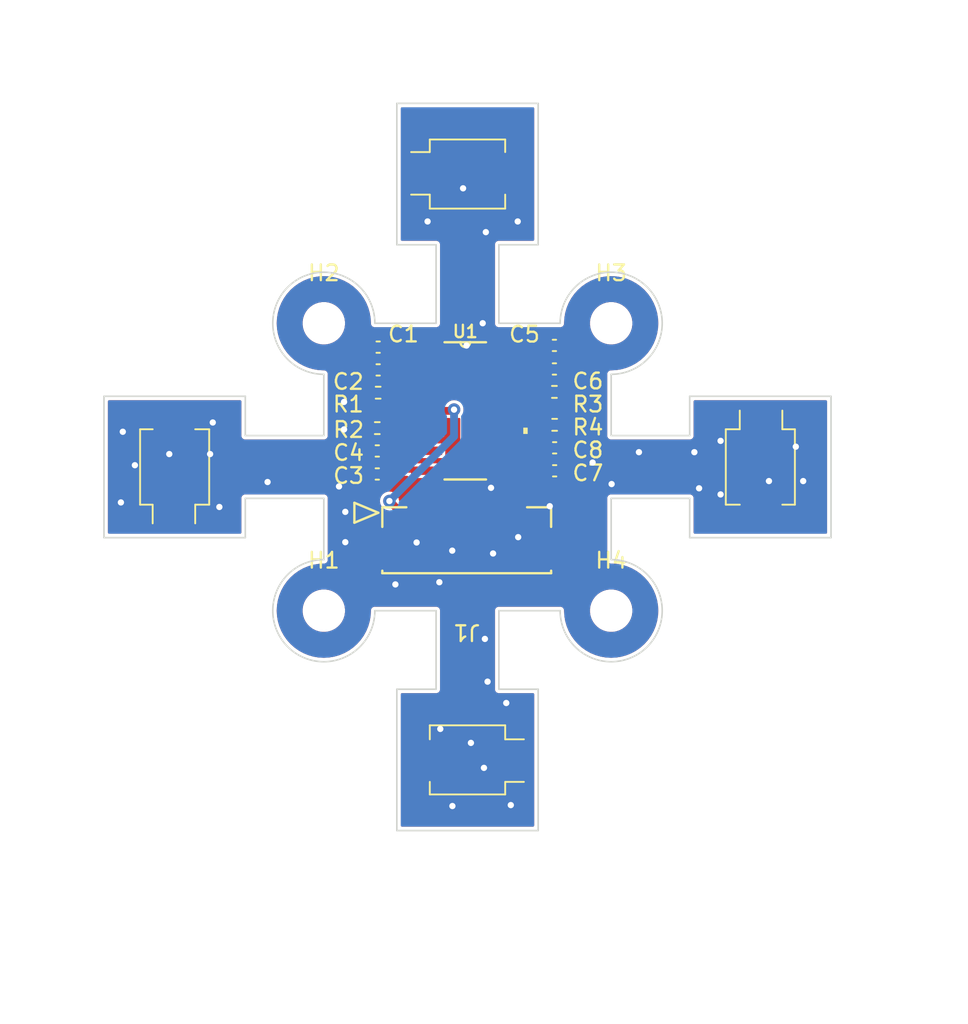
<source format=kicad_pcb>
(kicad_pcb (version 20240108) (generator "pcbnew") (generator_version "8.0")
  (layers (0 "F.Cu" signal) (31 "B.Cu" signal) (34 "B.Paste" user) (35 "F.Paste" user) (36 "B.SilkS" user "B.Silkscreen") (37 "F.SilkS" user "F.Silkscreen") (38 "B.Mask" user) (39 "F.Mask" user) (44 "Edge.Cuts" user))
  (net 0 "")
  (net 1 "/Photodiode 1/IN-")
  (net 2 "/OUT1")
  (net 3 "/Photodiode 2/IN-")
  (net 4 "/OUT2")
  (net 5 "/Photodiode 4/IN-")
  (net 6 "/OUT4")
  (net 7 "/Photodiode 3/IN-")
  (net 8 "/OUT3")
  (net 9 "GND")
  (net 10 "+3V3")
  (footprint "adcs:Osram_SFH2430" (layer "F.Cu") (at 160.832 102.002 -90)
    (property "Reference" "D3" (hide yes))
    (property "Value" "SFH2430" (hide yes))
    (fp_line (start -2.4 2.2) (end 2.4 2.2) (stroke (width 0.12)) (layer "F.SilkS"))
    (fp_line (start 2.4 2.2) (end 2.4 1.31) (stroke (width 0.12)) (layer "F.SilkS"))
    (fp_line (start -3.59 1.31) (end -2.4 1.31) (stroke (width 0.12)) (layer "F.SilkS"))
    (fp_line (start -2.4 1.31) (end -2.4 2.2) (stroke (width 0.12)) (layer "F.SilkS"))
    (fp_line (start -2.41 -1.4) (end -3.59 -1.4) (stroke (width 0.12)) (layer "F.SilkS"))
    (fp_line (start 2.4 -1.4) (end 2.4 -2.2) (stroke (width 0.12)) (layer "F.SilkS"))
    (fp_line (start -2.4 -2.2) (end -2.4 -1.4) (stroke (width 0.12)) (layer "F.SilkS"))
    (fp_line (start 2.4 -2.2) (end -2.4 -2.2) (stroke (width 0.12)) (layer "F.SilkS"))
    (pad "1" smd roundrect (at -3.05 0 90) (size 1.4 2) (layers "F.Cu" "F.Mask") (roundrect_rratio 0.125) (net 5 "/Photodiode 4/IN-"))
    (pad "2" smd roundrect (at 3.05 0 90) (size 1.4 1.2) (layers "F.Cu" "F.Mask") (roundrect_rratio 0.125) (net 9 "GND"))
  )
  (footprint "adcs:Osram_SFH2430" (layer "F.Cu") (at 142.181972 83.351903)
    (property "Reference" "D1" (hide yes))
    (property "Value" "SFH2430" (hide yes))
    (fp_line (start -3.59 1.31) (end -2.4 1.31) (stroke (width 0.12)) (layer "F.SilkS"))
    (fp_line (start -2.41 -1.4) (end -3.59 -1.4) (stroke (width 0.12)) (layer "F.SilkS"))
    (fp_line (start -2.4 -2.2) (end -2.4 -1.4) (stroke (width 0.12)) (layer "F.SilkS"))
    (fp_line (start -2.4 1.31) (end -2.4 2.2) (stroke (width 0.12)) (layer "F.SilkS"))
    (fp_line (start -2.4 2.2) (end 2.4 2.2) (stroke (width 0.12)) (layer "F.SilkS"))
    (fp_line (start 2.4 -2.2) (end -2.4 -2.2) (stroke (width 0.12)) (layer "F.SilkS"))
    (fp_line (start 2.4 -1.4) (end 2.4 -2.2) (stroke (width 0.12)) (layer "F.SilkS"))
    (fp_line (start 2.4 2.2) (end 2.4 1.31) (stroke (width 0.12)) (layer "F.SilkS"))
    (pad "1" smd roundrect (at -3.05 0 180) (size 1.4 2) (layers "F.Cu" "F.Mask") (roundrect_rratio 0.125) (net 1 "/Photodiode 1/IN-"))
    (pad "2" smd roundrect (at 3.05 0 180) (size 1.4 1.2) (layers "F.Cu" "F.Mask") (roundrect_rratio 0.125) (net 9 "GND"))
  )
  (footprint "Capacitor_SMD:C_0402_1005Metric" (layer "F.Cu") (at 147.731903 102.245854 180)
    (property "Reference" "C7" (at -2.118097 -0.144146 180) (layer "F.SilkS"))
    (property "Value" "1nF")
    (fp_line (start -0.107836 0.36) (end 0.107836 0.36) (stroke (width 0.12)) (layer "F.SilkS"))
    (fp_line (start -0.107836 -0.36) (end 0.107836 -0.36) (stroke (width 0.12)) (layer "F.SilkS"))
    (pad "1" smd roundrect (at -0.48 0 180) (size 0.56 0.62) (layers "F.Cu" "F.Paste" "F.Mask") (net 7 "/Photodiode 3/IN-"))
    (pad "2" smd roundrect (at 0.48 0 180) (size 0.56 0.62) (layers "F.Cu" "F.Paste" "F.Mask") (net 8 "/OUT3"))
  )
  (footprint "Capacitor_SMD:C_0402_1005Metric" (layer "F.Cu") (at 147.717253 94.261903 180)
    (property "Reference" "C5" (at 1.907253 0.701903 180) (layer "F.SilkS"))
    (property "Value" "1nF")
    (fp_line (start -0.107836 0.36) (end 0.107836 0.36) (stroke (width 0.12)) (layer "F.SilkS"))
    (fp_line (start -0.107836 -0.36) (end 0.107836 -0.36) (stroke (width 0.12)) (layer "F.SilkS"))
    (pad "1" smd roundrect (at -0.48 0 180) (size 0.56 0.62) (layers "F.Cu" "F.Paste" "F.Mask") (net 5 "/Photodiode 4/IN-"))
    (pad "2" smd roundrect (at 0.48 0 180) (size 0.56 0.62) (layers "F.Cu" "F.Paste" "F.Mask") (net 6 "/OUT4"))
  )
  (footprint "adcs:Osram_SFH2430" (layer "F.Cu") (at 123.531903 102.002 90)
    (property "Reference" "D2" (hide yes))
    (property "Value" "SFH2430" (hide yes))
    (fp_line (start 2.4 -2.2) (end -2.4 -2.2) (stroke (width 0.12)) (layer "F.SilkS"))
    (fp_line (start -2.4 -2.2) (end -2.4 -1.4) (stroke (width 0.12)) (layer "F.SilkS"))
    (fp_line (start 2.4 -1.4) (end 2.4 -2.2) (stroke (width 0.12)) (layer "F.SilkS"))
    (fp_line (start -2.41 -1.4) (end -3.59 -1.4) (stroke (width 0.12)) (layer "F.SilkS"))
    (fp_line (start -2.4 1.31) (end -2.4 2.2) (stroke (width 0.12)) (layer "F.SilkS"))
    (fp_line (start -3.59 1.31) (end -2.4 1.31) (stroke (width 0.12)) (layer "F.SilkS"))
    (fp_line (start 2.4 2.2) (end 2.4 1.31) (stroke (width 0.12)) (layer "F.SilkS"))
    (fp_line (start -2.4 2.2) (end 2.4 2.2) (stroke (width 0.12)) (layer "F.SilkS"))
    (pad "1" smd roundrect (at -3.05 0 270) (size 1.4 2) (layers "F.Cu" "F.Mask") (roundrect_rratio 0.125) (net 3 "/Photodiode 2/IN-"))
    (pad "2" smd roundrect (at 3.05 0 270) (size 1.4 1.2) (layers "F.Cu" "F.Mask") (roundrect_rratio 0.125) (net 9 "GND"))
  )
  (footprint "Resistor_SMD:R_0402_1005Metric" (layer "F.Cu") (at 136.436903 99.528105)
    (property "Reference" "R2" (at -1.826903 0.101895 0) (layer "F.SilkS"))
    (property "Value" "3.9k")
    (fp_line (start -0.153641 -0.38) (end 0.153641 -0.38) (stroke (width 0.12)) (layer "F.SilkS"))
    (fp_line (start -0.153641 0.38) (end 0.153641 0.38) (stroke (width 0.12)) (layer "F.SilkS"))
    (pad "1" smd roundrect (at -0.51 0) (size 0.54 0.64) (layers "F.Cu" "F.Paste" "F.Mask") (net 3 "/Photodiode 2/IN-"))
    (pad "2" smd roundrect (at 0.51 0) (size 0.54 0.64) (layers "F.Cu" "F.Paste" "F.Mask") (net 4 "/OUT2"))
  )
  (footprint "Capacitor_SMD:C_0402_1005Metric" (layer "F.Cu") (at 136.436903 100.981903)
    (property "Reference" "C4" (at -1.826903 0.111895 0) (layer "F.SilkS"))
    (property "Value" "100nF")
    (fp_line (start -0.107836 -0.36) (end 0.107836 -0.36) (stroke (width 0.12)) (layer "F.SilkS"))
    (fp_line (start -0.107836 0.36) (end 0.107836 0.36) (stroke (width 0.12)) (layer "F.SilkS"))
    (pad "1" smd roundrect (at -0.48 0) (size 0.56 0.62) (layers "F.Cu" "F.Paste" "F.Mask") (net 3 "/Photodiode 2/IN-"))
    (pad "2" smd roundrect (at 0.48 0) (size 0.56 0.62) (layers "F.Cu" "F.Paste" "F.Mask") (net 4 "/OUT2"))
  )
  (footprint "Resistor_SMD:R_0402_1005Metric" (layer "F.Cu") (at 147.717253 97.221903 180)
    (property "Reference" "R3" (at -2.132747 -0.788097 180) (layer "F.SilkS"))
    (property "Value" "3.9k")
    (fp_line (start -0.153641 0.38) (end 0.153641 0.38) (stroke (width 0.12)) (layer "F.SilkS"))
    (fp_line (start -0.153641 -0.38) (end 0.153641 -0.38) (stroke (width 0.12)) (layer "F.SilkS"))
    (pad "1" smd roundrect (at -0.51 0 180) (size 0.54 0.64) (layers "F.Cu" "F.Paste" "F.Mask") (net 5 "/Photodiode 4/IN-"))
    (pad "2" smd roundrect (at 0.51 0 180) (size 0.54 0.64) (layers "F.Cu" "F.Paste" "F.Mask") (net 6 "/OUT4"))
  )
  (footprint "Capacitor_SMD:C_0402_1005Metric" (layer "F.Cu") (at 147.717253 95.761903 180)
    (property "Reference" "C6" (at -2.132747 -0.778097 180) (layer "F.SilkS"))
    (property "Value" "100nF")
    (fp_line (start -0.107836 0.36) (end 0.107836 0.36) (stroke (width 0.12)) (layer "F.SilkS"))
    (fp_line (start -0.107836 -0.36) (end 0.107836 -0.36) (stroke (width 0.12)) (layer "F.SilkS"))
    (pad "1" smd roundrect (at -0.48 0 180) (size 0.56 0.62) (layers "F.Cu" "F.Paste" "F.Mask") (net 5 "/Photodiode 4/IN-"))
    (pad "2" smd roundrect (at 0.48 0 180) (size 0.56 0.62) (layers "F.Cu" "F.Paste" "F.Mask") (net 6 "/OUT4"))
  )
  (footprint "adcs:CON_5055670631" (layer "F.Cu") (at 139.006904 104.916904 180)
    (property "Reference" "J1" (at -3.125 -7.62 180) (layer "F.SilkS"))
    (property "Value" "5055670631")
    (fp_line (start 4.027989 0.635) (end 2.503989 0) (stroke (width 0.1524)) (layer "F.SilkS"))
    (fp_line (start 4.027989 -0.635) (end 4.027989 0.635) (stroke (width 0.1524)) (layer "F.SilkS"))
    (fp_line (start 2.503989 0) (end 4.027989 -0.635) (stroke (width 0.1524)) (layer "F.SilkS"))
    (fp_line (start 2.249989 0.35) (end 2.249989 -0.899959) (stroke (width 0.1524)) (layer "F.SilkS"))
    (fp_line (start 2.249989 -3.690039) (end 2.249989 -3.849999) (stroke (width 0.1524)) (layer "F.SilkS"))
    (fp_line (start 2.249989 -3.849999) (end -8.49999 -3.849999) (stroke (width 0.1524)) (layer "F.SilkS"))
    (fp_line (start 0.72004 0.35) (end 2.249989 0.35) (stroke (width 0.1524)) (layer "F.SilkS"))
    (fp_line (start -8.49999 0.35) (end -6.97004 0.35) (stroke (width 0.1524)) (layer "F.SilkS"))
    (fp_line (start -8.49999 -0.899959) (end -8.49999 0.35) (stroke (width 0.1524)) (layer "F.SilkS"))
    (fp_line (start -8.49999 -3.849999) (end -8.49999 -3.690039) (stroke (width 0.1524)) (layer "F.SilkS"))
    (pad "1" smd rect (at 0 0 180) (size 0.8 1.2) (layers "F.Cu" "F.Paste" "F.Mask") (net 10 "+3V3"))
    (pad "2" smd rect (at -1.25 0 180) (size 0.8 1.2) (layers "F.Cu" "F.Paste" "F.Mask") (net 4 "/OUT2"))
    (pad "3" smd rect (at -2.5 0 180) (size 0.8 1.2) (layers "F.Cu" "F.Paste" "F.Mask") (net 2 "/OUT1"))
    (pad "4" smd rect (at -3.75 0 180) (size 0.8 1.2) (layers "F.Cu" "F.Paste" "F.Mask") (net 6 "/OUT4"))
    (pad "5" smd rect (at -5 0 180) (size 0.8 1.2) (layers "F.Cu" "F.Paste" "F.Mask") (net 8 "/OUT3"))
    (pad "6" smd rect (at -6.25 0 180) (size 0.8 1.2) (layers "F.Cu" "F.Paste" "F.Mask") (net 9 "GND"))
    (pad "7" smd rect (at 1.900001 -2.294999 180) (size 1.3 2.15) (layers "F.Cu" "F.Paste" "F.Mask") (net 9 "GND"))
    (pad "8" smd rect (at -8.150001 -2.294999 180) (size 1.3 2.15) (layers "F.Cu" "F.Paste" "F.Mask") (net 9 "GND"))
  )
  (footprint "Resistor_SMD:R_0402_1005Metric" (layer "F.Cu") (at 147.731903 99.318103 180)
    (property "Reference" "R4" (at -2.118097 -0.154146 180) (layer "F.SilkS"))
    (property "Value" "3.9k")
    (fp_line (start -0.153641 0.38) (end 0.153641 0.38) (stroke (width 0.12)) (layer "F.SilkS"))
    (fp_line (start -0.153641 -0.38) (end 0.153641 -0.38) (stroke (width 0.12)) (layer "F.SilkS"))
    (pad "1" smd roundrect (at -0.51 0 180) (size 0.54 0.64) (layers "F.Cu" "F.Paste" "F.Mask") (net 7 "/Photodiode 3/IN-"))
    (pad "2" smd roundrect (at 0.51 0 180) (size 0.54 0.64) (layers "F.Cu" "F.Paste" "F.Mask") (net 8 "/OUT3"))
  )
  (footprint "MountingHole:MountingHole_2.2mm_M2" (layer "F.Cu") (at 133.031903 92.851903)
    (property "Reference" "H2" (at 0 -3.2 0) (layer "F.SilkS"))
    (property "Value" "MountingHole_Pad")
    (pad "" np_thru_hole circle (at 0 0) (size 2.2 2.2) (drill 2.2) (layers "F&B.Cu" "*.Mask"))
  )
  (footprint "Capacitor_SMD:C_0402_1005Metric" (layer "F.Cu") (at 147.731903 100.781903 180)
    (property "Reference" "C8" (at -2.118097 -0.144146 180) (layer "F.SilkS"))
    (property "Value" "100nF")
    (fp_line (start -0.107836 0.36) (end 0.107836 0.36) (stroke (width 0.12)) (layer "F.SilkS"))
    (fp_line (start -0.107836 -0.36) (end 0.107836 -0.36) (stroke (width 0.12)) (layer "F.SilkS"))
    (pad "1" smd roundrect (at -0.48 0 180) (size 0.56 0.62) (layers "F.Cu" "F.Paste" "F.Mask") (net 7 "/Photodiode 3/IN-"))
    (pad "2" smd roundrect (at 0.48 0 180) (size 0.56 0.62) (layers "F.Cu" "F.Paste" "F.Mask") (net 8 "/OUT3"))
  )
  (footprint "Resistor_SMD:R_0402_1005Metric" (layer "F.Cu") (at 136.491903 97.271903)
    (property "Reference" "R1" (at -1.901903 0.738097 0) (layer "F.SilkS"))
    (property "Value" "3.9k")
    (fp_line (start -0.153641 -0.38) (end 0.153641 -0.38) (stroke (width 0.12)) (layer "F.SilkS"))
    (fp_line (start -0.153641 0.38) (end 0.153641 0.38) (stroke (width 0.12)) (layer "F.SilkS"))
    (pad "1" smd roundrect (at -0.51 0) (size 0.54 0.64) (layers "F.Cu" "F.Paste" "F.Mask") (net 1 "/Photodiode 1/IN-"))
    (pad "2" smd roundrect (at 0.51 0) (size 0.54 0.64) (layers "F.Cu" "F.Paste" "F.Mask") (net 2 "/OUT1"))
  )
  (footprint "Capacitor_SMD:C_0402_1005Metric" (layer "F.Cu") (at 136.491903 94.371904)
    (property "Reference" "C1" (at 1.608097 -0.821904 0) (layer "F.SilkS"))
    (property "Value" "1nF")
    (fp_line (start -0.107836 -0.36) (end 0.107836 -0.36) (stroke (width 0.12)) (layer "F.SilkS"))
    (fp_line (start -0.107836 0.36) (end 0.107836 0.36) (stroke (width 0.12)) (layer "F.SilkS"))
    (pad "1" smd roundrect (at -0.48 0) (size 0.56 0.62) (layers "F.Cu" "F.Paste" "F.Mask") (net 1 "/Photodiode 1/IN-"))
    (pad "2" smd roundrect (at 0.48 0) (size 0.56 0.62) (layers "F.Cu" "F.Paste" "F.Mask") (net 2 "/OUT1"))
  )
  (footprint "Capacitor_SMD:C_0402_1005Metric" (layer "F.Cu") (at 136.436903 102.448103)
    (property "Reference" "C3" (at -1.826903 0.111895 0) (layer "F.SilkS"))
    (property "Value" "1nF")
    (fp_line (start -0.107836 -0.36) (end 0.107836 -0.36) (stroke (width 0.12)) (layer "F.SilkS"))
    (fp_line (start -0.107836 0.36) (end 0.107836 0.36) (stroke (width 0.12)) (layer "F.SilkS"))
    (pad "1" smd roundrect (at -0.48 0) (size 0.56 0.62) (layers "F.Cu" "F.Paste" "F.Mask") (net 3 "/Photodiode 2/IN-"))
    (pad "2" smd roundrect (at 0.48 0) (size 0.56 0.62) (layers "F.Cu" "F.Paste" "F.Mask") (net 4 "/OUT2"))
  )
  (footprint "MountingHole:MountingHole_2.2mm_M2" (layer "F.Cu") (at 133.031903 111.151903)
    (property "Reference" "H1" (at 0 -3.2 0) (layer "F.SilkS"))
    (property "Value" "MountingHole_Pad")
    (pad "" np_thru_hole circle (at 0 0) (size 2.2 2.2) (drill 2.2) (layers "F&B.Cu" "*.Mask"))
  )
  (footprint "MountingHole:MountingHole_2.2mm_M2" (layer "F.Cu") (at 151.331903 92.851903)
    (property "Reference" "H3" (at 0 -3.2 0) (layer "F.SilkS"))
    (property "Value" "MountingHole_Pad")
    (pad "" np_thru_hole circle (at 0 0) (size 2.2 2.2) (drill 2.2) (layers "F&B.Cu" "*.Mask"))
  )
  (footprint "MountingHole:MountingHole_2.2mm_M2" (layer "F.Cu") (at 151.331903 111.151903)
    (property "Reference" "H4" (at 0 -3.2 0) (layer "F.SilkS"))
    (property "Value" "MountingHole_Pad")
    (pad "" np_thru_hole circle (at 0 0) (size 2.2 2.2) (drill 2.2) (layers "F&B.Cu" "*.Mask"))
  )
  (footprint "adcs:SO-14_S" (layer "F.Cu") (at 142.04 98.43)
    (property "Reference" "U1" (at -0.001553 -5.051903 0) (layer "F.SilkS") (effects (font (size 0.787402 0.787402))))
    (property "Value" "LTC2052IS_PBF")
    (fp_line (start -1.3208 4.3688) (end 1.3208 4.3688) (stroke (width 0.1524)) (layer "F.SilkS"))
    (fp_line (start -0.3048 -4.3688) (end -1.3208 -4.3688) (stroke (width 0.1524)) (layer "F.SilkS"))
    (fp_line (start 0.3048 -4.3688) (end -0.3048 -4.3688) (stroke (width 0.1524)) (layer "F.SilkS"))
    (fp_line (start 1.3208 -4.3688) (end 0.3048 -4.3688) (stroke (width 0.1524)) (layer "F.SilkS"))
    (fp_arc (start 0.3048 -4.3688) (mid 0 -4.064) (end -0.3048 -4.3688) (stroke (width 0.1524)) (layer "F.SilkS"))
    (fp_poly (pts (xy 3.9624 1.0795) (xy 3.9624 1.4605) (xy 3.7084 1.4605) (xy 3.7084 1.0795)) (stroke (width 0.0254)) (fill solid) (layer "F.SilkS"))
    (pad "1" smd rect (at -2.4638 -3.81) (size 1.9812 0.5334) (layers "F.Cu" "F.Paste" "F.Mask") (net 2 "/OUT1"))
    (pad "2" smd rect (at -2.4638 -2.54) (size 1.9812 0.5334) (layers "F.Cu" "F.Paste" "F.Mask") (net 1 "/Photodiode 1/IN-"))
    (pad "3" smd rect (at -2.4638 -1.27) (size 1.9812 0.5334) (layers "F.Cu" "F.Paste" "F.Mask") (net 9 "GND"))
    (pad "4" smd rect (at -2.4638 0) (size 1.9812 0.5334) (layers "F.Cu" "F.Paste" "F.Mask") (net 10 "+3V3"))
    (pad "5" smd rect (at -2.4638 1.27) (size 1.9812 0.5334) (layers "F.Cu" "F.Paste" "F.Mask") (net 9 "GND"))
    (pad "6" smd rect (at -2.4638 2.54) (size 1.9812 0.5334) (layers "F.Cu" "F.Paste" "F.Mask") (net 3 "/Photodiode 2/IN-"))
    (pad "7" smd rect (at -2.4638 3.81) (size 1.9812 0.5334) (layers "F.Cu" "F.Paste" "F.Mask") (net 4 "/OUT2"))
    (pad "8" smd rect (at 2.4638 3.81) (size 1.9812 0.5334) (layers "F.Cu" "F.Paste" "F.Mask") (net 8 "/OUT3"))
    (pad "9" smd rect (at 2.4638 2.54) (size 1.9812 0.5334) (layers "F.Cu" "F.Paste" "F.Mask") (net 7 "/Photodiode 3/IN-"))
    (pad "10" smd rect (at 2.4638 1.27) (size 1.9812 0.5334) (layers "F.Cu" "F.Paste" "F.Mask") (net 9 "GND"))
    (pad "11" smd rect (at 2.4638 0) (size 1.9812 0.5334) (layers "F.Cu" "F.Paste" "F.Mask") (net 9 "GND"))
    (pad "12" smd rect (at 2.4638 -1.27) (size 1.9812 0.5334) (layers "F.Cu" "F.Paste" "F.Mask") (net 9 "GND"))
    (pad "13" smd rect (at 2.4638 -2.54) (size 1.9812 0.5334) (layers "F.Cu" "F.Paste" "F.Mask") (net 5 "/Photodiode 4/IN-"))
    (pad "14" smd rect (at 2.4638 -3.81) (size 1.9812 0.5334) (layers "F.Cu" "F.Paste" "F.Mask") (net 6 "/OUT4"))
  )
  (footprint "Capacitor_SMD:C_0402_1005Metric" (layer "F.Cu") (at 136.491903 95.821903)
    (property "Reference" "C2" (at -1.901903 0.748097 0) (layer "F.SilkS"))
    (property "Value" "100nF")
    (fp_line (start -0.107836 -0.36) (end 0.107836 -0.36) (stroke (width 0.12)) (layer "F.SilkS"))
    (fp_line (start -0.107836 0.36) (end 0.107836 0.36) (stroke (width 0.12)) (layer "F.SilkS"))
    (pad "1" smd roundrect (at -0.48 0) (size 0.56 0.62) (layers "F.Cu" "F.Paste" "F.Mask") (net 1 "/Photodiode 1/IN-"))
    (pad "2" smd roundrect (at 0.48 0) (size 0.56 0.62) (layers "F.Cu" "F.Paste" "F.Mask") (net 2 "/OUT1"))
  )
  (footprint "adcs:Osram_SFH2430" (layer "F.Cu") (at 142.181972 120.652 180)
    (property "Reference" "D4" (hide yes))
    (property "Value" "SFH2430" (hide yes))
    (fp_line (start 2.4 2.2) (end 2.4 1.31) (stroke (width 0.12)) (layer "F.SilkS"))
    (fp_line (start 2.4 -1.4) (end 2.4 -2.2) (stroke (width 0.12)) (layer "F.SilkS"))
    (fp_line (start 2.4 -2.2) (end -2.4 -2.2) (stroke (width 0.12)) (layer "F.SilkS"))
    (fp_line (start -2.4 2.2) (end 2.4 2.2) (stroke (width 0.12)) (layer "F.SilkS"))
    (fp_line (start -2.4 1.31) (end -2.4 2.2) (stroke (width 0.12)) (layer "F.SilkS"))
    (fp_line (start -2.4 -2.2) (end -2.4 -1.4) (stroke (width 0.12)) (layer "F.SilkS"))
    (fp_line (start -2.41 -1.4) (end -3.59 -1.4) (stroke (width 0.12)) (layer "F.SilkS"))
    (fp_line (start -3.59 1.31) (end -2.4 1.31) (stroke (width 0.12)) (layer "F.SilkS"))
    (pad "1" smd roundrect (at -3.05 0) (size 1.4 2) (layers "F.Cu" "F.Mask") (roundrect_rratio 0.125) (net 7 "/Photodiode 3/IN-"))
    (pad "2" smd roundrect (at 3.05 0) (size 1.4 1.2) (layers "F.Cu" "F.Mask") (roundrect_rratio 0.125) (net 9 "GND"))
  )
  (gr_line (start 156.332 104.002) (end 151.332 104.002) (stroke (width 0.1)) (layer "Edge.Cuts"))
  (gr_line (start 156.332 100.002) (end 156.332 97.502) (stroke (width 0.1)) (layer "Edge.Cuts"))
  (gr_line (start 156.332 104.002) (end 156.332 106.502) (stroke (width 0.1)) (layer "Edge.Cuts"))
  (gr_line (start 146.682 125.152) (end 137.682 125.152) (stroke (width 0.1)) (layer "Edge.Cuts"))
  (gr_line (start 144.182 116.152) (end 146.682 116.152) (stroke (width 0.1)) (layer "Edge.Cuts"))
  (gr_line (start 128.031903 106.502) (end 128.031903 104.002) (stroke (width 0.1)) (layer "Edge.Cuts"))
  (gr_line (start 128.031903 97.502) (end 128.031903 100.002) (stroke (width 0.1)) (layer "Edge.Cuts"))
  (gr_line (start 140.182 116.152) (end 140.182 111.152) (stroke (width 0.1)) (layer "Edge.Cuts"))
  (gr_line (start 137.682 125.152) (end 137.682 116.152) (stroke (width 0.1)) (layer "Edge.Cuts"))
  (gr_line (start 165.332 106.502) (end 165.332 97.502) (stroke (width 0.1)) (layer "Edge.Cuts"))
  (gr_line (start 140.181972 87.851903) (end 137.681972 87.851903) (stroke (width 0.1)) (layer "Edge.Cuts"))
  (gr_line (start 144.181972 87.851903) (end 144.181972 92.851903) (stroke (width 0.1)) (layer "Edge.Cuts"))
  (gr_line (start 133.031903 104.002) (end 128.031903 104.002) (stroke (width 0.1)) (layer "Edge.Cuts"))
  (gr_line (start 151.332 100.002) (end 156.332 100.002) (stroke (width 0.1)) (layer "Edge.Cuts"))
  (gr_line (start 156.332 106.502) (end 165.332 106.502) (stroke (width 0.1)) (layer "Edge.Cuts"))
  (gr_line (start 137.681972 78.851903) (end 146.681972 78.851903) (stroke (width 0.1)) (layer "Edge.Cuts"))
  (gr_arc (start 148.081903 92.851903) (mid 153.63 90.553806) (end 151.331903 96.101903) (stroke (width 0.1)) (layer "Edge.Cuts"))
  (gr_arc (start 133.031903 96.102041) (mid 130.733708 90.553708) (end 136.282041 92.851903) (stroke (width 0.1)) (layer "Edge.Cuts"))
  (gr_line (start 128.031903 106.502) (end 119.031903 106.502) (stroke (width 0.1)) (layer "Edge.Cuts"))
  (gr_line (start 140.181972 92.851903) (end 140.181972 87.851903) (stroke (width 0.1)) (layer "Edge.Cuts"))
  (gr_line (start 140.182 111.152) (end 136.281903 111.151903) (stroke (width 0.1)) (layer "Edge.Cuts"))
  (gr_line (start 133.031903 100.002) (end 133.031903 96.102041) (stroke (width 0.1)) (layer "Edge.Cuts"))
  (gr_line (start 119.031903 106.502) (end 119.031903 97.502) (stroke (width 0.1)) (layer "Edge.Cuts"))
  (gr_line (start 148.081903 111.151903) (end 144.182 111.152) (stroke (width 0.1)) (layer "Edge.Cuts"))
  (gr_arc (start 151.331903 107.901903) (mid 153.63 113.45) (end 148.081903 111.151903) (stroke (width 0.1)) (layer "Edge.Cuts"))
  (gr_line (start 151.331903 96.101903) (end 151.332 100.002) (stroke (width 0.1)) (layer "Edge.Cuts"))
  (gr_line (start 128.031903 100.002) (end 133.031903 100.002) (stroke (width 0.1)) (layer "Edge.Cuts"))
  (gr_line (start 165.332 97.502) (end 156.332 97.502) (stroke (width 0.1)) (layer "Edge.Cuts"))
  (gr_line (start 137.681972 87.851903) (end 137.681972 78.851903) (stroke (width 0.1)) (layer "Edge.Cuts"))
  (gr_line (start 144.181972 92.851903) (end 148.081903 92.851903) (stroke (width 0.1)) (layer "Edge.Cuts"))
  (gr_line (start 119.031903 97.502) (end 128.031903 97.502) (stroke (width 0.1)) (layer "Edge.Cuts"))
  (gr_line (start 140.182 116.152) (end 137.682 116.152) (stroke (width 0.1)) (layer "Edge.Cuts"))
  (gr_line (start 146.681972 87.851903) (end 144.181972 87.851903) (stroke (width 0.1)) (layer "Edge.Cuts"))
  (gr_arc (start 136.281903 111.151903) (mid 130.733806 113.45) (end 133.031903 107.901903) (stroke (width 0.1)) (layer "Edge.Cuts"))
  (gr_line (start 146.681972 78.851903) (end 146.681972 87.851903) (stroke (width 0.1)) (layer "Edge.Cuts"))
  (gr_line (start 146.682 116.152) (end 146.682 125.152) (stroke (width 0.1)) (layer "Edge.Cuts"))
  (gr_line (start 140.181972 92.851903) (end 136.282041 92.851903) (stroke (width 0.1)) (layer "Edge.Cuts"))
  (gr_line (start 144.182 111.152) (end 144.182 116.152) (stroke (width 0.1)) (layer "Edge.Cuts"))
  (gr_line (start 133.031903 107.901903) (end 133.031903 104.002) (stroke (width 0.1)) (layer "Edge.Cuts"))
  (gr_line (start 151.332 104.002) (end 151.331903 107.901903) (stroke (width 0.1)) (layer "Edge.Cuts"))
  (segment (start 135.981903 97.271903) (end 136.626903 97.916903) (width 0.25) (layer "F.Cu") (net 1))
  (segment (start 140.33 93.74) (end 137.311489 93.74) (width 0.25) (layer "F.Cu") (net 1))
  (segment (start 138.09 96.6523) (end 138.8523 95.89) (width 0.25) (layer "F.Cu") (net 1))
  (segment (start 137.493097 97.916903) (end 138.09 97.32) (width 0.25) (layer "F.Cu") (net 1))
  (segment (start 136.011903 95.821903) (end 136.011903 95.511904) (width 0.25) (layer "F.Cu") (net 1))
  (segment (start 136.626903 97.916903) (end 137.493097 97.916903) (width 0.25) (layer "F.Cu") (net 1))
  (segment (start 142.29 86.509931) (end 142.29 91.78) (width 0.25) (layer "F.Cu") (net 1))
  (segment (start 137.311489 93.74) (end 137.308393 93.736904) (width 0.25) (layer "F.Cu") (net 1))
  (segment (start 139.131972 83.351903) (end 142.29 86.509931) (width 0.25) (layer "F.Cu") (net 1))
  (segment (start 137.308393 93.736904) (end 136.543096 93.736904) (width 0.25) (layer "F.Cu") (net 1))
  (segment (start 142.29 91.78) (end 140.33 93.74) (width 0.25) (layer "F.Cu") (net 1))
  (segment (start 138.8523 95.89) (end 139.5762 95.89) (width 0.25) (layer "F.Cu") (net 1))
  (segment (start 135.981903 94.298097) (end 135.981903 97.271903) (width 0.25) (layer "F.Cu") (net 1))
  (segment (start 136.543096 93.736904) (end 135.981903 94.298097) (width 0.25) (layer "F.Cu") (net 1))
  (segment (start 138.09 97.32) (end 138.09 96.6523) (width 0.25) (layer "F.Cu") (net 1))
  (segment (start 142.05 96.3699) (end 142.05 103.973808) (width 0.25) (layer "F.Cu") (net 2))
  (segment (start 142.031904 104.391904) (end 141.506904 104.916904) (width 0.25) (layer "F.Cu") (net 2))
  (segment (start 140.3001 94.62) (end 142.05 96.3699) (width 0.25) (layer "F.Cu") (net 2))
  (segment (start 142.05 103.973808) (end 142.031904 103.991904) (width 0.25) (layer "F.Cu") (net 2))
  (segment (start 142.031904 103.991904) (end 142.031904 104.391904) (width 0.25) (layer "F.Cu") (net 2))
  (segment (start 136.971903 94.371904) (end 136.971903 97.241903) (width 0.25) (layer "F.Cu") (net 2))
  (segment (start 139.5762 94.62) (end 137.219999 94.62) (width 0.25) (layer "F.Cu") (net 2))
  (segment (start 139.5762 94.62) (end 140.3001 94.62) (width 0.25) (layer "F.Cu") (net 2))
  (segment (start 136.971903 97.241903) (end 137.001903 97.271903) (width 0.25) (layer "F.Cu") (net 2))
  (segment (start 137.219999 94.62) (end 136.971903 94.371904) (width 0.25) (layer "F.Cu") (net 2))
  (segment (start 135.926903 102.418103) (end 135.956903 102.448103) (width 0.25) (layer "F.Cu") (net 3))
  (segment (start 138.68 100.97) (end 139.5762 100.97) (width 0.25) (layer "F.Cu") (net 3))
  (segment (start 126.773903 101.81) (end 135.3188 101.81) (width 0.25) (layer "F.Cu") (net 3))
  (segment (start 135.926903 99.528105) (end 136.571903 98.883105) (width 0.25) (layer "F.Cu") (net 3))
  (segment (start 137.88 99.4194) (end 137.88 100.17) (width 0.25) (layer "F.Cu") (net 3))
  (segment (start 136.571903 98.883105) (end 137.343705 98.883105) (width 0.25) (layer "F.Cu") (net 3))
  (segment (start 137.88 100.17) (end 138.68 100.97) (width 0.25) (layer "F.Cu") (net 3))
  (segment (start 137.343705 98.883105) (end 137.88 99.4194) (width 0.25) (layer "F.Cu") (net 3))
  (segment (start 135.3188 101.81) (end 135.956903 102.448103) (width 0.25) (layer "F.Cu") (net 3))
  (segment (start 123.531903 105.052) (end 126.773903 101.81) (width 0.25) (layer "F.Cu") (net 3))
  (segment (start 135.926903 99.528105) (end 135.926903 102.418103) (width 0.25) (layer "F.Cu") (net 3))
  (segment (start 139.5762 102.24) (end 137.125006 102.24) (width 0.25) (layer "F.Cu") (net 4))
  (segment (start 140.256904 104.916904) (end 140.256904 102.920704) (width 0.25) (layer "F.Cu") (net 4))
  (segment (start 136.946903 99.528105) (end 136.946903 102.418103) (width 0.25) (layer "F.Cu") (net 4))
  (segment (start 137.125006 102.24) (end 136.916903 102.448103) (width 0.25) (layer "F.Cu") (net 4))
  (segment (start 136.946903 102.418103) (end 136.916903 102.448103) (width 0.25) (layer "F.Cu") (net 4))
  (segment (start 140.256904 102.920704) (end 139.5762 102.24) (width 0.25) (layer "F.Cu") (net 4))
  (segment (start 146.80808 97.93) (end 147.519156 97.93) (width 0.25) (layer "F.Cu") (net 5))
  (segment (start 148.197253 97.191903) (end 148.227253 97.221903) (width 0.25) (layer "F.Cu") (net 5))
  (segment (start 160.832 100.018) (end 158.66 102.19) (width 0.25) (layer "F.Cu") (net 5))
  (segment (start 150.14 98.08) (end 149.281903 97.221903) (width 0.25) (layer "F.Cu") (net 5))
  (segment (start 160.832 98.952) (end 160.832 100.018) (width 0.25) (layer "F.Cu") (net 5))
  (segment (start 145.2277 95.89) (end 146.37 97.0323) (width 0.25) (layer "F.Cu") (net 5))
  (segment (start 147.519156 97.93) (end 148.227253 97.221903) (width 0.25) (layer "F.Cu") (net 5))
  (segment (start 146.37 97.0323) (end 146.37 97.49192) (width 0.25) (layer "F.Cu") (net 5))
  (segment (start 150.14 100.61) (end 150.14 98.08) (width 0.25) (layer "F.Cu") (net 5))
  (segment (start 151.72 102.19) (end 150.14 100.61) (width 0.25) (layer "F.Cu") (net 5))
  (segment (start 146.37 97.49192) (end 146.80808 97.93) (width 0.25) (layer "F.Cu") (net 5))
  (segment (start 148.197253 94.261903) (end 148.197253 97.191903) (width 0.25) (layer "F.Cu") (net 5))
  (segment (start 144.5038 95.89) (end 145.2277 95.89) (width 0.25) (layer "F.Cu") (net 5))
  (segment (start 158.66 102.19) (end 151.72 102.19) (width 0.25) (layer "F.Cu") (net 5))
  (segment (start 149.281903 97.221903) (end 148.227253 97.221903) (width 0.25) (layer "F.Cu") (net 5))
  (segment (start 142.756904 104.916904) (end 142.756904 95.729596) (width 0.25) (layer "F.Cu") (net 6))
  (segment (start 147.237253 97.191903) (end 147.207253 97.221903) (width 0.25) (layer "F.Cu") (net 6))
  (segment (start 144.5038 94.62) (end 146.879156 94.62) (width 0.25) (layer "F.Cu") (net 6))
  (segment (start 146.879156 94.62) (end 147.237253 94.261903) (width 0.25) (layer "F.Cu") (net 6))
  (segment (start 142.756904 95.729596) (end 143.8665 94.62) (width 0.25) (layer "F.Cu") (net 6))
  (segment (start 143.8665 94.62) (end 144.5038 94.62) (width 0.25) (layer "F.Cu") (net 6))
  (segment (start 147.237253 94.261903) (end 147.237253 97.191903) (width 0.25) (layer "F.Cu") (net 6))
  (segment (start 145.1411 100.97) (end 144.5038 100.97) (width 0.25) (layer "F.Cu") (net 7))
  (segment (start 149.73 108.4) (end 149.73 103.17) (width 0.25) (layer "F.Cu") (net 7))
  (segment (start 142.2 117.54) (end 142.2 111.24) (width 0.25) (layer "F.Cu") (net 7))
  (segment (start 142.16 110.49) (end 143.06 109.59) (width 0.25) (layer "F.Cu") (net 7))
  (segment (start 148.211903 102.245854) (end 148.211903 102.118097) (width 0.25) (layer "F.Cu") (net 7))
  (segment (start 146.36 99.18) (end 146.36 99.7511) (width 0.25) (layer "F.Cu") (net 7))
  (segment (start 143.31 109.55) (end 148.58 109.55) (width 0.25) (layer "F.Cu") (net 7))
  (segment (start 143.27 109.59) (end 143.31 109.55) (width 0.25) (layer "F.Cu") (net 7))
  (segment (start 148.241903 102.088097) (end 148.241903 99.318103) (width 0.25) (layer "F.Cu") (net 7))
  (segment (start 148.211903 102.118097) (end 148.241903 102.088097) (width 0.25) (layer "F.Cu") (net 7))
  (segment (start 146.866897 98.673103) (end 146.36 99.18) (width 0.25) (layer "F.Cu") (net 7))
  (segment (start 143.806996 119.227024) (end 143.806996 119.146996) (width 0.25) (layer "F.Cu") (net 7))
  (segment (start 143.06 109.59) (end 143.27 109.59) (width 0.25) (layer "F.Cu") (net 7))
  (segment (start 143.806996 119.146996) (end 142.2 117.54) (width 0.25) (layer "F.Cu") (net 7))
  (segment (start 146.36 99.7511) (end 145.1411 100.97) (width 0.25) (layer "F.Cu") (net 7))
  (segment (start 142.2 111.24) (end 142.16 111.2) (width 0.25) (layer "F.Cu") (net 7))
  (segment (start 142.16 111.2) (end 142.16 110.49) (width 0.25) (layer "F.Cu") (net 7))
  (segment (start 149.73 103.17) (end 149.53 103.17) (width 0.25) (layer "F.Cu") (net 7))
  (segment (start 148.605854 102.245854) (end 148.211903 102.245854) (width 0.25) (layer "F.Cu") (net 7))
  (segment (start 147.596903 98.673103) (end 146.866897 98.673103) (width 0.25) (layer "F.Cu") (net 7))
  (segment (start 149.53 103.17) (end 148.605854 102.245854) (width 0.25) (layer "F.Cu") (net 7))
  (segment (start 148.58 109.55) (end 149.73 108.4) (width 0.25) (layer "F.Cu") (net 7))
  (segment (start 148.241903 99.318103) (end 147.596903 98.673103) (width 0.25) (layer "F.Cu") (net 7))
  (segment (start 145.231972 120.652) (end 143.806996 119.227024) (width 0.25) (layer "F.Cu") (net 7))
  (segment (start 147.251903 102.245854) (end 147.251903 99.348103) (width 0.25) (layer "F.Cu") (net 8))
  (segment (start 145.233554 102.245854) (end 147.251903 102.245854) (width 0.25) (layer "F.Cu") (net 8))
  (segment (start 144.5038 102.24) (end 145.2277 102.24) (width 0.25) (layer "F.Cu") (net 8))
  (segment (start 145.2277 102.24) (end 145.233554 102.245854) (width 0.25) (layer "F.Cu") (net 8))
  (segment (start 144.5038 104.420008) (end 144.006904 104.916904) (width 0.25) (layer "F.Cu") (net 8))
  (segment (start 147.197952 102.191903) (end 147.251903 102.245854) (width 0.25) (layer "F.Cu") (net 8))
  (segment (start 144.5038 102.24) (end 144.5038 104.420008) (width 0.25) (layer "F.Cu") (net 8))
  (segment (start 147.251903 99.348103) (end 147.221903 99.318103) (width 0.25) (layer "F.Cu") (net 8))
  (via (at 129.45 102.96) (size 0.8) (drill 0.4) (layers "F.Cu" "B.Cu") (net 9))
  (via (at 123.19 101.18) (size 0.8) (drill 0.4) (layers "F.Cu" "B.Cu") (net 9))
  (via (at 158.3 100.34) (size 0.8) (drill 0.4) (layers "F.Cu" "B.Cu") (net 9))
  (via (at 120.11 104.26) (size 0.8) (drill 0.4) (layers "F.Cu" "B.Cu") (net 9))
  (via (at 121 101.89) (size 0.8) (drill 0.4) (layers "F.Cu" "B.Cu") (net 9))
  (via (at 143.23 121.16) (size 0.8) (drill 0.4) (layers "F.Cu" "B.Cu") (net 9))
  (via (at 147.42 104.5) (size 0.8) (drill 0.4) (layers "F.Cu" "B.Cu") (net 9))
  (via (at 134.4 106.79) (size 0.8) (drill 0.4) (layers "F.Cu" "B.Cu") (net 9))
  (via (at 140.39 109.34) (size 0.8) (drill 0.4) (layers "F.Cu" "B.Cu") (net 9))
  (via (at 134.32 99.61) (size 0.8) (drill 0.4) (layers "F.Cu" "B.Cu") (net 9))
  (via (at 144.94 123.53) (size 0.8) (drill 0.4) (layers "F.Cu" "B.Cu") (net 9))
  (via (at 144.65 117.03) (size 0.8) (drill 0.4) (layers "F.Cu" "B.Cu") (net 9))
  (via (at 163.09 100.71) (size 0.8) (drill 0.4) (layers "F.Cu" "B.Cu") (net 9))
  (via (at 143.46 115.67) (size 0.8) (drill 0.4) (layers "F.Cu" "B.Cu") (net 9))
  (via (at 142.12 94.27) (size 0.8) (drill 0.4) (layers "F.Cu" "B.Cu") (net 9))
  (via (at 126.38 104.55) (size 0.8) (drill 0.4) (layers "F.Cu" "B.Cu") (net 9))
  (via (at 142.4 119.57) (size 0.8) (drill 0.4) (layers "F.Cu" "B.Cu") (net 9))
  (via (at 161.38 102.9) (size 0.8) (drill 0.4) (layers "F.Cu" "B.Cu") (net 9))
  (via (at 143.29 112.95) (size 0.8) (drill 0.4) (layers "F.Cu" "B.Cu") (net 9))
  (via (at 138.94 106.81) (size 0.8) (drill 0.4) (layers "F.Cu" "B.Cu") (net 9))
  (via (at 153.1 101.06) (size 0.8) (drill 0.4) (layers "F.Cu" "B.Cu") (net 9))
  (via (at 163.56 102.9) (size 0.8) (drill 0.4) (layers "F.Cu" "B.Cu") (net 9))
  (via (at 140.45 118.68) (size 0.8) (drill 0.4) (layers "F.Cu" "B.Cu") (net 9))
  (via (at 125.96 99.17) (size 0.8) (drill 0.4) (layers "F.Cu" "B.Cu") (net 9))
  (via (at 134 103.24) (size 0.8) (drill 0.4) (layers "F.Cu" "B.Cu") (net 9))
  (via (at 145.41 106.47) (size 0.8) (drill 0.4) (layers "F.Cu" "B.Cu") (net 9))
  (via (at 156.63 101.06) (size 0.8) (drill 0.4) (layers "F.Cu" "B.Cu") (net 9))
  (via (at 150.15 101.72) (size 0.8) (drill 0.4) (layers "F.Cu" "B.Cu") (net 9))
  (via (at 120.23 99.76) (size 0.8) (drill 0.4) (layers "F.Cu" "B.Cu") (net 9))
  (via (at 134.32 97.86) (size 0.8) (drill 0.4) (layers "F.Cu" "B.Cu") (net 9))
  (via (at 156.93 103.36) (size 0.8) (drill 0.4) (layers "F.Cu" "B.Cu") (net 9))
  (via (at 137.59 109.48) (size 0.8) (drill 0.4) (layers "F.Cu" "B.Cu") (net 9))
  (via (at 125.79 101.18) (size 0.8) (drill 0.4) (layers "F.Cu" "B.Cu") (net 9))
  (via (at 139.64 86.37) (size 0.8) (drill 0.4) (layers "F.Cu" "B.Cu") (net 9))
  (via (at 141.21 107.33) (size 0.8) (drill 0.4) (layers "F.Cu" "B.Cu") (net 9))
  (via (at 158.3 103.75) (size 0.8) (drill 0.4) (layers "F.Cu" "B.Cu") (net 9))
  (via (at 143.81 107.51) (size 0.8) (drill 0.4) (layers "F.Cu" "B.Cu") (net 9))
  (via (at 141.9 84.26) (size 0.8) (drill 0.4) (layers "F.Cu" "B.Cu") (net 9))
  (via (at 141.22 123.59) (size 0.8) (drill 0.4) (layers "F.Cu" "B.Cu") (net 9))
  (via (at 143.68 103.33) (size 0.8) (drill 0.4) (layers "F.Cu" "B.Cu") (net 9))
  (via (at 151.36 103.09) (size 0.8) (drill 0.4) (layers "F.Cu" "B.Cu") (net 9))
  (via (at 134.4 104.86) (size 0.8) (drill 0.4) (layers "F.Cu" "B.Cu") (net 9))
  (via (at 145.38 86.37) (size 0.8) (drill 0.4) (layers "F.Cu" "B.Cu") (net 9))
  (via (at 143.15 92.85) (size 0.8) (drill 0.4) (layers "F.Cu" "B.Cu") (net 9))
  (via (at 143.35 87.05) (size 0.8) (drill 0.4) (layers "F.Cu" "B.Cu") (net 9))
  (segment (start 141.245 98.43) (end 139.5762 98.43) (width 0.5) (layer "F.Cu") (net 10))
  (segment (start 141.325 98.35) (end 141.245 98.43) (width 0.5) (layer "F.Cu") (net 10))
  (segment (start 137.956904 104.916904) (end 139.006904 104.916904) (width 0.5) (layer "F.Cu") (net 10))
  (segment (start 137.21 104.17) (end 137.956904 104.916904) (width 0.5) (layer "F.Cu") (net 10))
  (via (at 141.325 98.35) (size 0.8) (drill 0.4) (layers "F.Cu" "B.Cu") (net 10))
  (via (at 137.21 104.17) (size 0.8) (drill 0.4) (layers "F.Cu" "B.Cu") (net 10))
  (segment (start 141.325 100.055) (end 141.325 98.35) (width 0.5) (layer "B.Cu") (net 10))
  (segment (start 137.21 104.17) (end 141.325 100.055) (width 0.5) (layer "B.Cu") (net 10))
  (zone (net 9) (net_name "GND") (layers "F&B.Cu") (connect_pads (clearance 0.1524)) (min_thickness 0.1524) (fill yes (thermal_gap 0.1524) (thermal_bridge_width 0.25))
    (polygon (pts (xy 112.58 73.96) (xy 112.41 136.29) (xy 174.06 137.48) (xy 172.19 72.27)))
  )
)
</source>
